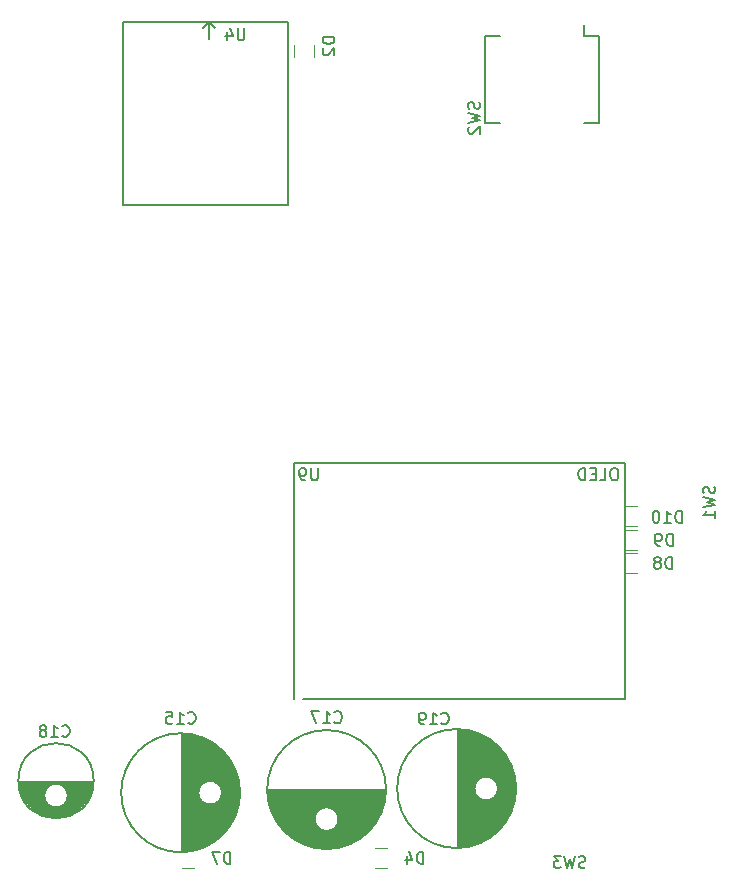
<source format=gbr>
G04 #@! TF.FileFunction,Legend,Bot*
%FSLAX46Y46*%
G04 Gerber Fmt 4.6, Leading zero omitted, Abs format (unit mm)*
G04 Created by KiCad (PCBNEW 4.0.5+dfsg1-4) date Wed Oct 24 16:08:21 2018*
%MOMM*%
%LPD*%
G01*
G04 APERTURE LIST*
%ADD10C,0.100000*%
%ADD11C,0.150000*%
%ADD12C,0.120000*%
G04 APERTURE END LIST*
D10*
D11*
X183903453Y-125647082D02*
X183760596Y-125694701D01*
X183522500Y-125694701D01*
X183427262Y-125647082D01*
X183379643Y-125599463D01*
X183332024Y-125504225D01*
X183332024Y-125408987D01*
X183379643Y-125313749D01*
X183427262Y-125266130D01*
X183522500Y-125218510D01*
X183712977Y-125170891D01*
X183808215Y-125123272D01*
X183855834Y-125075653D01*
X183903453Y-124980415D01*
X183903453Y-124885177D01*
X183855834Y-124789939D01*
X183808215Y-124742320D01*
X183712977Y-124694701D01*
X183474881Y-124694701D01*
X183332024Y-124742320D01*
X182998691Y-124694701D02*
X182760596Y-125694701D01*
X182570119Y-124980415D01*
X182379643Y-125694701D01*
X182141548Y-124694701D01*
X181855834Y-124694701D02*
X181236786Y-124694701D01*
X181570120Y-125075653D01*
X181427262Y-125075653D01*
X181332024Y-125123272D01*
X181284405Y-125170891D01*
X181236786Y-125266130D01*
X181236786Y-125504225D01*
X181284405Y-125599463D01*
X181332024Y-125647082D01*
X181427262Y-125694701D01*
X181712977Y-125694701D01*
X181808215Y-125647082D01*
X181855834Y-125599463D01*
X194841762Y-93403587D02*
X194889381Y-93546444D01*
X194889381Y-93784540D01*
X194841762Y-93879778D01*
X194794143Y-93927397D01*
X194698905Y-93975016D01*
X194603667Y-93975016D01*
X194508429Y-93927397D01*
X194460810Y-93879778D01*
X194413190Y-93784540D01*
X194365571Y-93594063D01*
X194317952Y-93498825D01*
X194270333Y-93451206D01*
X194175095Y-93403587D01*
X194079857Y-93403587D01*
X193984619Y-93451206D01*
X193937000Y-93498825D01*
X193889381Y-93594063D01*
X193889381Y-93832159D01*
X193937000Y-93975016D01*
X193889381Y-94308349D02*
X194889381Y-94546444D01*
X194175095Y-94736921D01*
X194889381Y-94927397D01*
X193889381Y-95165492D01*
X194889381Y-96070254D02*
X194889381Y-95498825D01*
X194889381Y-95784539D02*
X193889381Y-95784539D01*
X194032238Y-95689301D01*
X194127476Y-95594063D01*
X194175095Y-95498825D01*
X159254480Y-91407600D02*
X159254480Y-111407600D01*
X187254480Y-91407600D02*
X187254480Y-111407600D01*
X187254480Y-111407600D02*
X160004480Y-111407600D01*
X159254480Y-91407600D02*
X187254480Y-91407600D01*
X152515000Y-54550800D02*
X152015000Y-54050800D01*
X151515000Y-54550800D02*
X152015000Y-54050800D01*
X152015000Y-54050800D02*
X152015000Y-55550800D01*
X158765000Y-69550800D02*
X144765000Y-69550800D01*
X144765000Y-69550800D02*
X144765000Y-54050800D01*
X144765000Y-54050800D02*
X158765000Y-54050800D01*
X158765000Y-54050800D02*
X158765000Y-69550800D01*
X167000200Y-119135600D02*
X157002200Y-119135600D01*
X166996200Y-119275600D02*
X157006200Y-119275600D01*
X166988200Y-119415600D02*
X157014200Y-119415600D01*
X166976200Y-119555600D02*
X157026200Y-119555600D01*
X166961200Y-119695600D02*
X157041200Y-119695600D01*
X166941200Y-119835600D02*
X157061200Y-119835600D01*
X166917200Y-119975600D02*
X157085200Y-119975600D01*
X166888200Y-120115600D02*
X157114200Y-120115600D01*
X166856200Y-120255600D02*
X157146200Y-120255600D01*
X166819200Y-120395600D02*
X157183200Y-120395600D01*
X166778200Y-120535600D02*
X157224200Y-120535600D01*
X166733200Y-120675600D02*
X162467200Y-120675600D01*
X161535200Y-120675600D02*
X157269200Y-120675600D01*
X166683200Y-120815600D02*
X162668200Y-120815600D01*
X161334200Y-120815600D02*
X157319200Y-120815600D01*
X166628200Y-120955600D02*
X162797200Y-120955600D01*
X161205200Y-120955600D02*
X157374200Y-120955600D01*
X166568200Y-121095600D02*
X162886200Y-121095600D01*
X161116200Y-121095600D02*
X157434200Y-121095600D01*
X166503200Y-121235600D02*
X162947200Y-121235600D01*
X161055200Y-121235600D02*
X157499200Y-121235600D01*
X166433200Y-121375600D02*
X162984200Y-121375600D01*
X161018200Y-121375600D02*
X157569200Y-121375600D01*
X166357200Y-121515600D02*
X163000200Y-121515600D01*
X161002200Y-121515600D02*
X157645200Y-121515600D01*
X166275200Y-121655600D02*
X162996200Y-121655600D01*
X161006200Y-121655600D02*
X157727200Y-121655600D01*
X166187200Y-121795600D02*
X162973200Y-121795600D01*
X161029200Y-121795600D02*
X157815200Y-121795600D01*
X166092200Y-121935600D02*
X162928200Y-121935600D01*
X161074200Y-121935600D02*
X157910200Y-121935600D01*
X165990200Y-122075600D02*
X162858200Y-122075600D01*
X161144200Y-122075600D02*
X158012200Y-122075600D01*
X165880200Y-122215600D02*
X162757200Y-122215600D01*
X161245200Y-122215600D02*
X158122200Y-122215600D01*
X165762200Y-122355600D02*
X162608200Y-122355600D01*
X161394200Y-122355600D02*
X158240200Y-122355600D01*
X165634200Y-122495600D02*
X162356200Y-122495600D01*
X161646200Y-122495600D02*
X158368200Y-122495600D01*
X165497200Y-122635600D02*
X158505200Y-122635600D01*
X165347200Y-122775600D02*
X158655200Y-122775600D01*
X165185200Y-122915600D02*
X158817200Y-122915600D01*
X165008200Y-123055600D02*
X158994200Y-123055600D01*
X164812200Y-123195600D02*
X159190200Y-123195600D01*
X164594200Y-123335600D02*
X159408200Y-123335600D01*
X164348200Y-123475600D02*
X159654200Y-123475600D01*
X164063200Y-123615600D02*
X159939200Y-123615600D01*
X163721200Y-123755600D02*
X160281200Y-123755600D01*
X163275200Y-123895600D02*
X160727200Y-123895600D01*
X162500200Y-124035600D02*
X161502200Y-124035600D01*
X163001200Y-121560600D02*
G75*
G03X163001200Y-121560600I-1000000J0D01*
G01*
X167038700Y-119060600D02*
G75*
G03X167038700Y-119060600I-5037500J0D01*
G01*
X142239400Y-118393600D02*
X135941400Y-118393600D01*
X142233400Y-118533600D02*
X135947400Y-118533600D01*
X142220400Y-118673600D02*
X139536400Y-118673600D01*
X138644400Y-118673600D02*
X135960400Y-118673600D01*
X142201400Y-118813600D02*
X139746400Y-118813600D01*
X138434400Y-118813600D02*
X135979400Y-118813600D01*
X142175400Y-118953600D02*
X139879400Y-118953600D01*
X138301400Y-118953600D02*
X136005400Y-118953600D01*
X142143400Y-119093600D02*
X139970400Y-119093600D01*
X138210400Y-119093600D02*
X136037400Y-119093600D01*
X142104400Y-119233600D02*
X140032400Y-119233600D01*
X138148400Y-119233600D02*
X136076400Y-119233600D01*
X142058400Y-119373600D02*
X140071400Y-119373600D01*
X138109400Y-119373600D02*
X136122400Y-119373600D01*
X142005400Y-119513600D02*
X140088400Y-119513600D01*
X138092400Y-119513600D02*
X136175400Y-119513600D01*
X141943400Y-119653600D02*
X140086400Y-119653600D01*
X138094400Y-119653600D02*
X136237400Y-119653600D01*
X141873400Y-119793600D02*
X140064400Y-119793600D01*
X138116400Y-119793600D02*
X136307400Y-119793600D01*
X141794400Y-119933600D02*
X140021400Y-119933600D01*
X138159400Y-119933600D02*
X136386400Y-119933600D01*
X141706400Y-120073600D02*
X139953400Y-120073600D01*
X138227400Y-120073600D02*
X136474400Y-120073600D01*
X141606400Y-120213600D02*
X139854400Y-120213600D01*
X138326400Y-120213600D02*
X136574400Y-120213600D01*
X141494400Y-120353600D02*
X139709400Y-120353600D01*
X138471400Y-120353600D02*
X136686400Y-120353600D01*
X141369400Y-120493600D02*
X139470400Y-120493600D01*
X138710400Y-120493600D02*
X136811400Y-120493600D01*
X141226400Y-120633600D02*
X136954400Y-120633600D01*
X141064400Y-120773600D02*
X137116400Y-120773600D01*
X140876400Y-120913600D02*
X137304400Y-120913600D01*
X140653400Y-121053600D02*
X137527400Y-121053600D01*
X140377400Y-121193600D02*
X137803400Y-121193600D01*
X140002400Y-121333600D02*
X138178400Y-121333600D01*
X140090400Y-119568600D02*
G75*
G03X140090400Y-119568600I-1000000J0D01*
G01*
X142277900Y-118318600D02*
G75*
G03X142277900Y-118318600I-3187500J0D01*
G01*
X173085200Y-113974600D02*
X173085200Y-123972600D01*
X173225200Y-113978600D02*
X173225200Y-123968600D01*
X173365200Y-113986600D02*
X173365200Y-123960600D01*
X173505200Y-113998600D02*
X173505200Y-123948600D01*
X173645200Y-114013600D02*
X173645200Y-123933600D01*
X173785200Y-114033600D02*
X173785200Y-123913600D01*
X173925200Y-114057600D02*
X173925200Y-123889600D01*
X174065200Y-114086600D02*
X174065200Y-123860600D01*
X174205200Y-114118600D02*
X174205200Y-123828600D01*
X174345200Y-114155600D02*
X174345200Y-123791600D01*
X174485200Y-114196600D02*
X174485200Y-123750600D01*
X174625200Y-114241600D02*
X174625200Y-118507600D01*
X174625200Y-119439600D02*
X174625200Y-123705600D01*
X174765200Y-114291600D02*
X174765200Y-118306600D01*
X174765200Y-119640600D02*
X174765200Y-123655600D01*
X174905200Y-114346600D02*
X174905200Y-118177600D01*
X174905200Y-119769600D02*
X174905200Y-123600600D01*
X175045200Y-114406600D02*
X175045200Y-118088600D01*
X175045200Y-119858600D02*
X175045200Y-123540600D01*
X175185200Y-114471600D02*
X175185200Y-118027600D01*
X175185200Y-119919600D02*
X175185200Y-123475600D01*
X175325200Y-114541600D02*
X175325200Y-117990600D01*
X175325200Y-119956600D02*
X175325200Y-123405600D01*
X175465200Y-114617600D02*
X175465200Y-117974600D01*
X175465200Y-119972600D02*
X175465200Y-123329600D01*
X175605200Y-114699600D02*
X175605200Y-117978600D01*
X175605200Y-119968600D02*
X175605200Y-123247600D01*
X175745200Y-114787600D02*
X175745200Y-118001600D01*
X175745200Y-119945600D02*
X175745200Y-123159600D01*
X175885200Y-114882600D02*
X175885200Y-118046600D01*
X175885200Y-119900600D02*
X175885200Y-123064600D01*
X176025200Y-114984600D02*
X176025200Y-118116600D01*
X176025200Y-119830600D02*
X176025200Y-122962600D01*
X176165200Y-115094600D02*
X176165200Y-118217600D01*
X176165200Y-119729600D02*
X176165200Y-122852600D01*
X176305200Y-115212600D02*
X176305200Y-118366600D01*
X176305200Y-119580600D02*
X176305200Y-122734600D01*
X176445200Y-115340600D02*
X176445200Y-118618600D01*
X176445200Y-119328600D02*
X176445200Y-122606600D01*
X176585200Y-115477600D02*
X176585200Y-122469600D01*
X176725200Y-115627600D02*
X176725200Y-122319600D01*
X176865200Y-115789600D02*
X176865200Y-122157600D01*
X177005200Y-115966600D02*
X177005200Y-121980600D01*
X177145200Y-116162600D02*
X177145200Y-121784600D01*
X177285200Y-116380600D02*
X177285200Y-121566600D01*
X177425200Y-116626600D02*
X177425200Y-121320600D01*
X177565200Y-116911600D02*
X177565200Y-121035600D01*
X177705200Y-117253600D02*
X177705200Y-120693600D01*
X177845200Y-117699600D02*
X177845200Y-120247600D01*
X177985200Y-118474600D02*
X177985200Y-119472600D01*
X176510200Y-118973600D02*
G75*
G03X176510200Y-118973600I-1000000J0D01*
G01*
X178047700Y-118973600D02*
G75*
G03X178047700Y-118973600I-5037500J0D01*
G01*
X149717200Y-114330200D02*
X149717200Y-124328200D01*
X149857200Y-114334200D02*
X149857200Y-124324200D01*
X149997200Y-114342200D02*
X149997200Y-124316200D01*
X150137200Y-114354200D02*
X150137200Y-124304200D01*
X150277200Y-114369200D02*
X150277200Y-124289200D01*
X150417200Y-114389200D02*
X150417200Y-124269200D01*
X150557200Y-114413200D02*
X150557200Y-124245200D01*
X150697200Y-114442200D02*
X150697200Y-124216200D01*
X150837200Y-114474200D02*
X150837200Y-124184200D01*
X150977200Y-114511200D02*
X150977200Y-124147200D01*
X151117200Y-114552200D02*
X151117200Y-124106200D01*
X151257200Y-114597200D02*
X151257200Y-118863200D01*
X151257200Y-119795200D02*
X151257200Y-124061200D01*
X151397200Y-114647200D02*
X151397200Y-118662200D01*
X151397200Y-119996200D02*
X151397200Y-124011200D01*
X151537200Y-114702200D02*
X151537200Y-118533200D01*
X151537200Y-120125200D02*
X151537200Y-123956200D01*
X151677200Y-114762200D02*
X151677200Y-118444200D01*
X151677200Y-120214200D02*
X151677200Y-123896200D01*
X151817200Y-114827200D02*
X151817200Y-118383200D01*
X151817200Y-120275200D02*
X151817200Y-123831200D01*
X151957200Y-114897200D02*
X151957200Y-118346200D01*
X151957200Y-120312200D02*
X151957200Y-123761200D01*
X152097200Y-114973200D02*
X152097200Y-118330200D01*
X152097200Y-120328200D02*
X152097200Y-123685200D01*
X152237200Y-115055200D02*
X152237200Y-118334200D01*
X152237200Y-120324200D02*
X152237200Y-123603200D01*
X152377200Y-115143200D02*
X152377200Y-118357200D01*
X152377200Y-120301200D02*
X152377200Y-123515200D01*
X152517200Y-115238200D02*
X152517200Y-118402200D01*
X152517200Y-120256200D02*
X152517200Y-123420200D01*
X152657200Y-115340200D02*
X152657200Y-118472200D01*
X152657200Y-120186200D02*
X152657200Y-123318200D01*
X152797200Y-115450200D02*
X152797200Y-118573200D01*
X152797200Y-120085200D02*
X152797200Y-123208200D01*
X152937200Y-115568200D02*
X152937200Y-118722200D01*
X152937200Y-119936200D02*
X152937200Y-123090200D01*
X153077200Y-115696200D02*
X153077200Y-118974200D01*
X153077200Y-119684200D02*
X153077200Y-122962200D01*
X153217200Y-115833200D02*
X153217200Y-122825200D01*
X153357200Y-115983200D02*
X153357200Y-122675200D01*
X153497200Y-116145200D02*
X153497200Y-122513200D01*
X153637200Y-116322200D02*
X153637200Y-122336200D01*
X153777200Y-116518200D02*
X153777200Y-122140200D01*
X153917200Y-116736200D02*
X153917200Y-121922200D01*
X154057200Y-116982200D02*
X154057200Y-121676200D01*
X154197200Y-117267200D02*
X154197200Y-121391200D01*
X154337200Y-117609200D02*
X154337200Y-121049200D01*
X154477200Y-118055200D02*
X154477200Y-120603200D01*
X154617200Y-118830200D02*
X154617200Y-119828200D01*
X153142200Y-119329200D02*
G75*
G03X153142200Y-119329200I-1000000J0D01*
G01*
X154679700Y-119329200D02*
G75*
G03X154679700Y-119329200I-5037500J0D01*
G01*
D12*
X160971600Y-57040400D02*
X160971600Y-56040400D01*
X159271600Y-56040400D02*
X159271600Y-57040400D01*
X166124000Y-125691000D02*
X167124000Y-125691000D01*
X167124000Y-123991000D02*
X166124000Y-123991000D01*
X149741000Y-125691000D02*
X150741000Y-125691000D01*
X150741000Y-123991000D02*
X149741000Y-123991000D01*
X187266200Y-100743120D02*
X188266200Y-100743120D01*
X188266200Y-99043120D02*
X187266200Y-99043120D01*
X187266200Y-98761920D02*
X188266200Y-98761920D01*
X188266200Y-97061920D02*
X187266200Y-97061920D01*
X187273820Y-96762940D02*
X188273820Y-96762940D01*
X188273820Y-95062940D02*
X187273820Y-95062940D01*
D11*
X185098800Y-55278400D02*
X183828800Y-55278400D01*
X185098800Y-62628400D02*
X183828800Y-62628400D01*
X175428800Y-62628400D02*
X176698800Y-62628400D01*
X175428800Y-55278400D02*
X176698800Y-55278400D01*
X185098800Y-55278400D02*
X185098800Y-62628400D01*
X175428800Y-55278400D02*
X175428800Y-62628400D01*
X183828800Y-55278400D02*
X183828800Y-54343400D01*
X161266385Y-91859981D02*
X161266385Y-92669505D01*
X161218766Y-92764743D01*
X161171147Y-92812362D01*
X161075909Y-92859981D01*
X160885432Y-92859981D01*
X160790194Y-92812362D01*
X160742575Y-92764743D01*
X160694956Y-92669505D01*
X160694956Y-91859981D01*
X160171147Y-92859981D02*
X159980671Y-92859981D01*
X159885432Y-92812362D01*
X159837813Y-92764743D01*
X159742575Y-92621886D01*
X159694956Y-92431410D01*
X159694956Y-92050457D01*
X159742575Y-91955219D01*
X159790194Y-91907600D01*
X159885432Y-91859981D01*
X160075909Y-91859981D01*
X160171147Y-91907600D01*
X160218766Y-91955219D01*
X160266385Y-92050457D01*
X160266385Y-92288552D01*
X160218766Y-92383790D01*
X160171147Y-92431410D01*
X160075909Y-92479029D01*
X159885432Y-92479029D01*
X159790194Y-92431410D01*
X159742575Y-92383790D01*
X159694956Y-92288552D01*
X186456861Y-91859981D02*
X186266384Y-91859981D01*
X186171146Y-91907600D01*
X186075908Y-92002838D01*
X186028289Y-92193314D01*
X186028289Y-92526648D01*
X186075908Y-92717124D01*
X186171146Y-92812362D01*
X186266384Y-92859981D01*
X186456861Y-92859981D01*
X186552099Y-92812362D01*
X186647337Y-92717124D01*
X186694956Y-92526648D01*
X186694956Y-92193314D01*
X186647337Y-92002838D01*
X186552099Y-91907600D01*
X186456861Y-91859981D01*
X185123527Y-92859981D02*
X185599718Y-92859981D01*
X185599718Y-91859981D01*
X184790194Y-92336171D02*
X184456860Y-92336171D01*
X184314003Y-92859981D02*
X184790194Y-92859981D01*
X184790194Y-91859981D01*
X184314003Y-91859981D01*
X183885432Y-92859981D02*
X183885432Y-91859981D01*
X183647337Y-91859981D01*
X183504479Y-91907600D01*
X183409241Y-92002838D01*
X183361622Y-92098076D01*
X183314003Y-92288552D01*
X183314003Y-92431410D01*
X183361622Y-92621886D01*
X183409241Y-92717124D01*
X183504479Y-92812362D01*
X183647337Y-92859981D01*
X183885432Y-92859981D01*
X155041505Y-54608481D02*
X155041505Y-55418005D01*
X154993886Y-55513243D01*
X154946267Y-55560862D01*
X154851029Y-55608481D01*
X154660552Y-55608481D01*
X154565314Y-55560862D01*
X154517695Y-55513243D01*
X154470076Y-55418005D01*
X154470076Y-54608481D01*
X153565314Y-54941814D02*
X153565314Y-55608481D01*
X153803410Y-54560862D02*
X154041505Y-55275148D01*
X153422457Y-55275148D01*
X162669457Y-113336343D02*
X162717076Y-113383962D01*
X162859933Y-113431581D01*
X162955171Y-113431581D01*
X163098029Y-113383962D01*
X163193267Y-113288724D01*
X163240886Y-113193486D01*
X163288505Y-113003010D01*
X163288505Y-112860152D01*
X163240886Y-112669676D01*
X163193267Y-112574438D01*
X163098029Y-112479200D01*
X162955171Y-112431581D01*
X162859933Y-112431581D01*
X162717076Y-112479200D01*
X162669457Y-112526819D01*
X161717076Y-113431581D02*
X162288505Y-113431581D01*
X162002791Y-113431581D02*
X162002791Y-112431581D01*
X162098029Y-112574438D01*
X162193267Y-112669676D01*
X162288505Y-112717295D01*
X161383743Y-112431581D02*
X160717076Y-112431581D01*
X161145648Y-113431581D01*
X139616417Y-114507283D02*
X139664036Y-114554902D01*
X139806893Y-114602521D01*
X139902131Y-114602521D01*
X140044989Y-114554902D01*
X140140227Y-114459664D01*
X140187846Y-114364426D01*
X140235465Y-114173950D01*
X140235465Y-114031092D01*
X140187846Y-113840616D01*
X140140227Y-113745378D01*
X140044989Y-113650140D01*
X139902131Y-113602521D01*
X139806893Y-113602521D01*
X139664036Y-113650140D01*
X139616417Y-113697759D01*
X138664036Y-114602521D02*
X139235465Y-114602521D01*
X138949751Y-114602521D02*
X138949751Y-113602521D01*
X139044989Y-113745378D01*
X139140227Y-113840616D01*
X139235465Y-113888235D01*
X138092608Y-114031092D02*
X138187846Y-113983473D01*
X138235465Y-113935854D01*
X138283084Y-113840616D01*
X138283084Y-113792997D01*
X138235465Y-113697759D01*
X138187846Y-113650140D01*
X138092608Y-113602521D01*
X137902131Y-113602521D01*
X137806893Y-113650140D01*
X137759274Y-113697759D01*
X137711655Y-113792997D01*
X137711655Y-113840616D01*
X137759274Y-113935854D01*
X137806893Y-113983473D01*
X137902131Y-114031092D01*
X138092608Y-114031092D01*
X138187846Y-114078711D01*
X138235465Y-114126330D01*
X138283084Y-114221569D01*
X138283084Y-114412045D01*
X138235465Y-114507283D01*
X138187846Y-114554902D01*
X138092608Y-114602521D01*
X137902131Y-114602521D01*
X137806893Y-114554902D01*
X137759274Y-114507283D01*
X137711655Y-114412045D01*
X137711655Y-114221569D01*
X137759274Y-114126330D01*
X137806893Y-114078711D01*
X137902131Y-114031092D01*
X171709317Y-113453183D02*
X171756936Y-113500802D01*
X171899793Y-113548421D01*
X171995031Y-113548421D01*
X172137889Y-113500802D01*
X172233127Y-113405564D01*
X172280746Y-113310326D01*
X172328365Y-113119850D01*
X172328365Y-112976992D01*
X172280746Y-112786516D01*
X172233127Y-112691278D01*
X172137889Y-112596040D01*
X171995031Y-112548421D01*
X171899793Y-112548421D01*
X171756936Y-112596040D01*
X171709317Y-112643659D01*
X170756936Y-113548421D02*
X171328365Y-113548421D01*
X171042651Y-113548421D02*
X171042651Y-112548421D01*
X171137889Y-112691278D01*
X171233127Y-112786516D01*
X171328365Y-112834135D01*
X170280746Y-113548421D02*
X170090270Y-113548421D01*
X169995031Y-113500802D01*
X169947412Y-113453183D01*
X169852174Y-113310326D01*
X169804555Y-113119850D01*
X169804555Y-112738897D01*
X169852174Y-112643659D01*
X169899793Y-112596040D01*
X169995031Y-112548421D01*
X170185508Y-112548421D01*
X170280746Y-112596040D01*
X170328365Y-112643659D01*
X170375984Y-112738897D01*
X170375984Y-112976992D01*
X170328365Y-113072230D01*
X170280746Y-113119850D01*
X170185508Y-113167469D01*
X169995031Y-113167469D01*
X169899793Y-113119850D01*
X169852174Y-113072230D01*
X169804555Y-112976992D01*
X150285057Y-113386343D02*
X150332676Y-113433962D01*
X150475533Y-113481581D01*
X150570771Y-113481581D01*
X150713629Y-113433962D01*
X150808867Y-113338724D01*
X150856486Y-113243486D01*
X150904105Y-113053010D01*
X150904105Y-112910152D01*
X150856486Y-112719676D01*
X150808867Y-112624438D01*
X150713629Y-112529200D01*
X150570771Y-112481581D01*
X150475533Y-112481581D01*
X150332676Y-112529200D01*
X150285057Y-112576819D01*
X149332676Y-113481581D02*
X149904105Y-113481581D01*
X149618391Y-113481581D02*
X149618391Y-112481581D01*
X149713629Y-112624438D01*
X149808867Y-112719676D01*
X149904105Y-112767295D01*
X148427914Y-112481581D02*
X148904105Y-112481581D01*
X148951724Y-112957771D01*
X148904105Y-112910152D01*
X148808867Y-112862533D01*
X148570771Y-112862533D01*
X148475533Y-112910152D01*
X148427914Y-112957771D01*
X148380295Y-113053010D01*
X148380295Y-113291105D01*
X148427914Y-113386343D01*
X148475533Y-113433962D01*
X148570771Y-113481581D01*
X148808867Y-113481581D01*
X148904105Y-113433962D01*
X148951724Y-113386343D01*
X162661861Y-55350185D02*
X161661861Y-55350185D01*
X161661861Y-55588280D01*
X161709480Y-55731138D01*
X161804718Y-55826376D01*
X161899956Y-55873995D01*
X162090432Y-55921614D01*
X162233290Y-55921614D01*
X162423766Y-55873995D01*
X162519004Y-55826376D01*
X162614242Y-55731138D01*
X162661861Y-55588280D01*
X162661861Y-55350185D01*
X161757099Y-56302566D02*
X161709480Y-56350185D01*
X161661861Y-56445423D01*
X161661861Y-56683519D01*
X161709480Y-56778757D01*
X161757099Y-56826376D01*
X161852337Y-56873995D01*
X161947575Y-56873995D01*
X162090432Y-56826376D01*
X162661861Y-56254947D01*
X162661861Y-56873995D01*
X170196735Y-125336561D02*
X170196735Y-124336561D01*
X169958640Y-124336561D01*
X169815782Y-124384180D01*
X169720544Y-124479418D01*
X169672925Y-124574656D01*
X169625306Y-124765132D01*
X169625306Y-124907990D01*
X169672925Y-125098466D01*
X169720544Y-125193704D01*
X169815782Y-125288942D01*
X169958640Y-125336561D01*
X170196735Y-125336561D01*
X168768163Y-124669894D02*
X168768163Y-125336561D01*
X169006259Y-124288942D02*
X169244354Y-125003228D01*
X168625306Y-125003228D01*
X153846755Y-125326401D02*
X153846755Y-124326401D01*
X153608660Y-124326401D01*
X153465802Y-124374020D01*
X153370564Y-124469258D01*
X153322945Y-124564496D01*
X153275326Y-124754972D01*
X153275326Y-124897830D01*
X153322945Y-125088306D01*
X153370564Y-125183544D01*
X153465802Y-125278782D01*
X153608660Y-125326401D01*
X153846755Y-125326401D01*
X152941993Y-124326401D02*
X152275326Y-124326401D01*
X152703898Y-125326401D01*
X191244195Y-100370901D02*
X191244195Y-99370901D01*
X191006100Y-99370901D01*
X190863242Y-99418520D01*
X190768004Y-99513758D01*
X190720385Y-99608996D01*
X190672766Y-99799472D01*
X190672766Y-99942330D01*
X190720385Y-100132806D01*
X190768004Y-100228044D01*
X190863242Y-100323282D01*
X191006100Y-100370901D01*
X191244195Y-100370901D01*
X190101338Y-99799472D02*
X190196576Y-99751853D01*
X190244195Y-99704234D01*
X190291814Y-99608996D01*
X190291814Y-99561377D01*
X190244195Y-99466139D01*
X190196576Y-99418520D01*
X190101338Y-99370901D01*
X189910861Y-99370901D01*
X189815623Y-99418520D01*
X189768004Y-99466139D01*
X189720385Y-99561377D01*
X189720385Y-99608996D01*
X189768004Y-99704234D01*
X189815623Y-99751853D01*
X189910861Y-99799472D01*
X190101338Y-99799472D01*
X190196576Y-99847091D01*
X190244195Y-99894710D01*
X190291814Y-99989949D01*
X190291814Y-100180425D01*
X190244195Y-100275663D01*
X190196576Y-100323282D01*
X190101338Y-100370901D01*
X189910861Y-100370901D01*
X189815623Y-100323282D01*
X189768004Y-100275663D01*
X189720385Y-100180425D01*
X189720385Y-99989949D01*
X189768004Y-99894710D01*
X189815623Y-99847091D01*
X189910861Y-99799472D01*
X191309215Y-98407481D02*
X191309215Y-97407481D01*
X191071120Y-97407481D01*
X190928262Y-97455100D01*
X190833024Y-97550338D01*
X190785405Y-97645576D01*
X190737786Y-97836052D01*
X190737786Y-97978910D01*
X190785405Y-98169386D01*
X190833024Y-98264624D01*
X190928262Y-98359862D01*
X191071120Y-98407481D01*
X191309215Y-98407481D01*
X190261596Y-98407481D02*
X190071120Y-98407481D01*
X189975881Y-98359862D01*
X189928262Y-98312243D01*
X189833024Y-98169386D01*
X189785405Y-97978910D01*
X189785405Y-97597957D01*
X189833024Y-97502719D01*
X189880643Y-97455100D01*
X189975881Y-97407481D01*
X190166358Y-97407481D01*
X190261596Y-97455100D01*
X190309215Y-97502719D01*
X190356834Y-97597957D01*
X190356834Y-97836052D01*
X190309215Y-97931290D01*
X190261596Y-97978910D01*
X190166358Y-98026529D01*
X189975881Y-98026529D01*
X189880643Y-97978910D01*
X189833024Y-97931290D01*
X189785405Y-97836052D01*
X192080046Y-96469461D02*
X192080046Y-95469461D01*
X191841951Y-95469461D01*
X191699093Y-95517080D01*
X191603855Y-95612318D01*
X191556236Y-95707556D01*
X191508617Y-95898032D01*
X191508617Y-96040890D01*
X191556236Y-96231366D01*
X191603855Y-96326604D01*
X191699093Y-96421842D01*
X191841951Y-96469461D01*
X192080046Y-96469461D01*
X190556236Y-96469461D02*
X191127665Y-96469461D01*
X190841951Y-96469461D02*
X190841951Y-95469461D01*
X190937189Y-95612318D01*
X191032427Y-95707556D01*
X191127665Y-95755175D01*
X189937189Y-95469461D02*
X189841950Y-95469461D01*
X189746712Y-95517080D01*
X189699093Y-95564699D01*
X189651474Y-95659937D01*
X189603855Y-95850413D01*
X189603855Y-96088509D01*
X189651474Y-96278985D01*
X189699093Y-96374223D01*
X189746712Y-96421842D01*
X189841950Y-96469461D01*
X189937189Y-96469461D01*
X190032427Y-96421842D01*
X190080046Y-96374223D01*
X190127665Y-96278985D01*
X190175284Y-96088509D01*
X190175284Y-95850413D01*
X190127665Y-95659937D01*
X190080046Y-95564699D01*
X190032427Y-95517080D01*
X189937189Y-95469461D01*
X174940862Y-60863647D02*
X174988481Y-61006504D01*
X174988481Y-61244600D01*
X174940862Y-61339838D01*
X174893243Y-61387457D01*
X174798005Y-61435076D01*
X174702767Y-61435076D01*
X174607529Y-61387457D01*
X174559910Y-61339838D01*
X174512290Y-61244600D01*
X174464671Y-61054123D01*
X174417052Y-60958885D01*
X174369433Y-60911266D01*
X174274195Y-60863647D01*
X174178957Y-60863647D01*
X174083719Y-60911266D01*
X174036100Y-60958885D01*
X173988481Y-61054123D01*
X173988481Y-61292219D01*
X174036100Y-61435076D01*
X173988481Y-61768409D02*
X174988481Y-62006504D01*
X174274195Y-62196981D01*
X174988481Y-62387457D01*
X173988481Y-62625552D01*
X174083719Y-62958885D02*
X174036100Y-63006504D01*
X173988481Y-63101742D01*
X173988481Y-63339838D01*
X174036100Y-63435076D01*
X174083719Y-63482695D01*
X174178957Y-63530314D01*
X174274195Y-63530314D01*
X174417052Y-63482695D01*
X174988481Y-62911266D01*
X174988481Y-63530314D01*
M02*

</source>
